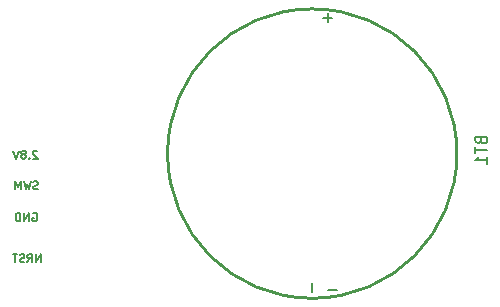
<source format=gbo>
G04 #@! TF.GenerationSoftware,KiCad,Pcbnew,(5.1.5)-3*
G04 #@! TF.CreationDate,2020-02-19T13:12:13+05:30*
G04 #@! TF.ProjectId,task_1,7461736b-5f31-42e6-9b69-6361645f7063,rev?*
G04 #@! TF.SameCoordinates,Original*
G04 #@! TF.FileFunction,Legend,Bot*
G04 #@! TF.FilePolarity,Positive*
%FSLAX46Y46*%
G04 Gerber Fmt 4.6, Leading zero omitted, Abs format (unit mm)*
G04 Created by KiCad (PCBNEW (5.1.5)-3) date 2020-02-19 13:12:13*
%MOMM*%
%LPD*%
G04 APERTURE LIST*
%ADD10C,0.150000*%
%ADD11C,0.240000*%
G04 APERTURE END LIST*
D10*
X192087452Y-98051928D02*
X191325547Y-98051928D01*
X166778214Y-89495085D02*
X166680242Y-89527742D01*
X166516957Y-89527742D01*
X166451642Y-89495085D01*
X166418985Y-89462428D01*
X166386328Y-89397114D01*
X166386328Y-89331800D01*
X166418985Y-89266485D01*
X166451642Y-89233828D01*
X166516957Y-89201171D01*
X166647585Y-89168514D01*
X166712900Y-89135857D01*
X166745557Y-89103200D01*
X166778214Y-89037885D01*
X166778214Y-88972571D01*
X166745557Y-88907257D01*
X166712900Y-88874600D01*
X166647585Y-88841942D01*
X166484300Y-88841942D01*
X166386328Y-88874600D01*
X166157728Y-88841942D02*
X165994442Y-89527742D01*
X165863814Y-89037885D01*
X165733185Y-89527742D01*
X165569900Y-88841942D01*
X165308642Y-89527742D02*
X165308642Y-88841942D01*
X165080042Y-89331800D01*
X164851442Y-88841942D01*
X164851442Y-89527742D01*
X166321014Y-91541600D02*
X166386328Y-91508942D01*
X166484300Y-91508942D01*
X166582271Y-91541600D01*
X166647585Y-91606914D01*
X166680242Y-91672228D01*
X166712900Y-91802857D01*
X166712900Y-91900828D01*
X166680242Y-92031457D01*
X166647585Y-92096771D01*
X166582271Y-92162085D01*
X166484300Y-92194742D01*
X166418985Y-92194742D01*
X166321014Y-92162085D01*
X166288357Y-92129428D01*
X166288357Y-91900828D01*
X166418985Y-91900828D01*
X165994442Y-92194742D02*
X165994442Y-91508942D01*
X165602557Y-92194742D01*
X165602557Y-91508942D01*
X165275985Y-92194742D02*
X165275985Y-91508942D01*
X165112700Y-91508942D01*
X165014728Y-91541600D01*
X164949414Y-91606914D01*
X164916757Y-91672228D01*
X164884100Y-91802857D01*
X164884100Y-91900828D01*
X164916757Y-92031457D01*
X164949414Y-92096771D01*
X165014728Y-92162085D01*
X165112700Y-92194742D01*
X165275985Y-92194742D01*
X166988671Y-95687242D02*
X166988671Y-95001442D01*
X166596785Y-95687242D01*
X166596785Y-95001442D01*
X165878328Y-95687242D02*
X166106928Y-95360671D01*
X166270214Y-95687242D02*
X166270214Y-95001442D01*
X166008957Y-95001442D01*
X165943642Y-95034100D01*
X165910985Y-95066757D01*
X165878328Y-95132071D01*
X165878328Y-95230042D01*
X165910985Y-95295357D01*
X165943642Y-95328014D01*
X166008957Y-95360671D01*
X166270214Y-95360671D01*
X165617071Y-95654585D02*
X165519100Y-95687242D01*
X165355814Y-95687242D01*
X165290500Y-95654585D01*
X165257842Y-95621928D01*
X165225185Y-95556614D01*
X165225185Y-95491300D01*
X165257842Y-95425985D01*
X165290500Y-95393328D01*
X165355814Y-95360671D01*
X165486442Y-95328014D01*
X165551757Y-95295357D01*
X165584414Y-95262700D01*
X165617071Y-95197385D01*
X165617071Y-95132071D01*
X165584414Y-95066757D01*
X165551757Y-95034100D01*
X165486442Y-95001442D01*
X165323157Y-95001442D01*
X165225185Y-95034100D01*
X165029242Y-95001442D02*
X164637357Y-95001442D01*
X164833300Y-95687242D02*
X164833300Y-95001442D01*
X166714714Y-86303757D02*
X166682057Y-86271100D01*
X166616742Y-86238442D01*
X166453457Y-86238442D01*
X166388142Y-86271100D01*
X166355485Y-86303757D01*
X166322828Y-86369071D01*
X166322828Y-86434385D01*
X166355485Y-86532357D01*
X166747371Y-86924242D01*
X166322828Y-86924242D01*
X166028914Y-86858928D02*
X165996257Y-86891585D01*
X166028914Y-86924242D01*
X166061571Y-86891585D01*
X166028914Y-86858928D01*
X166028914Y-86924242D01*
X165604371Y-86532357D02*
X165669685Y-86499700D01*
X165702342Y-86467042D01*
X165735000Y-86401728D01*
X165735000Y-86369071D01*
X165702342Y-86303757D01*
X165669685Y-86271100D01*
X165604371Y-86238442D01*
X165473742Y-86238442D01*
X165408428Y-86271100D01*
X165375771Y-86303757D01*
X165343114Y-86369071D01*
X165343114Y-86401728D01*
X165375771Y-86467042D01*
X165408428Y-86499700D01*
X165473742Y-86532357D01*
X165604371Y-86532357D01*
X165669685Y-86565014D01*
X165702342Y-86597671D01*
X165735000Y-86662985D01*
X165735000Y-86793614D01*
X165702342Y-86858928D01*
X165669685Y-86891585D01*
X165604371Y-86924242D01*
X165473742Y-86924242D01*
X165408428Y-86891585D01*
X165375771Y-86858928D01*
X165343114Y-86793614D01*
X165343114Y-86662985D01*
X165375771Y-86597671D01*
X165408428Y-86565014D01*
X165473742Y-86532357D01*
X165147171Y-86238442D02*
X164918571Y-86924242D01*
X164689971Y-86238442D01*
D11*
X202242000Y-86487000D02*
G75*
G03X202242000Y-86487000I-12250000J0D01*
G01*
D10*
X204269031Y-85378705D02*
X204316650Y-85521562D01*
X204364269Y-85569181D01*
X204459507Y-85616800D01*
X204602364Y-85616800D01*
X204697602Y-85569181D01*
X204745221Y-85521562D01*
X204792840Y-85426324D01*
X204792840Y-85045372D01*
X203792840Y-85045372D01*
X203792840Y-85378705D01*
X203840460Y-85473943D01*
X203888079Y-85521562D01*
X203983317Y-85569181D01*
X204078555Y-85569181D01*
X204173793Y-85521562D01*
X204221412Y-85473943D01*
X204269031Y-85378705D01*
X204269031Y-85045372D01*
X203792840Y-85902515D02*
X203792840Y-86473943D01*
X204792840Y-86188229D02*
X203792840Y-86188229D01*
X204792840Y-87331086D02*
X204792840Y-86759658D01*
X204792840Y-87045372D02*
X203792840Y-87045372D01*
X203935698Y-86950134D01*
X204030936Y-86854896D01*
X204078555Y-86759658D01*
X191308028Y-74592227D02*
X191308028Y-75354132D01*
X191688980Y-74973180D02*
X190927076Y-74973180D01*
X189949128Y-97477627D02*
X189949128Y-98239532D01*
M02*

</source>
